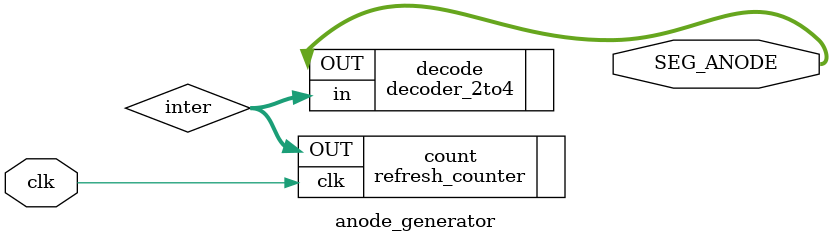
<source format=v>
`timescale 1ns / 1ps


module anode_generator(
    input clk,
    output [3:0] SEG_ANODE
    );
    
    wire [1:0] inter;
    
    refresh_counter count(
        .clk(clk),
        .OUT(inter)
    );
    
    decoder_2to4 decode(
        .in(inter),
        .OUT(SEG_ANODE)
    );
endmodule

</source>
